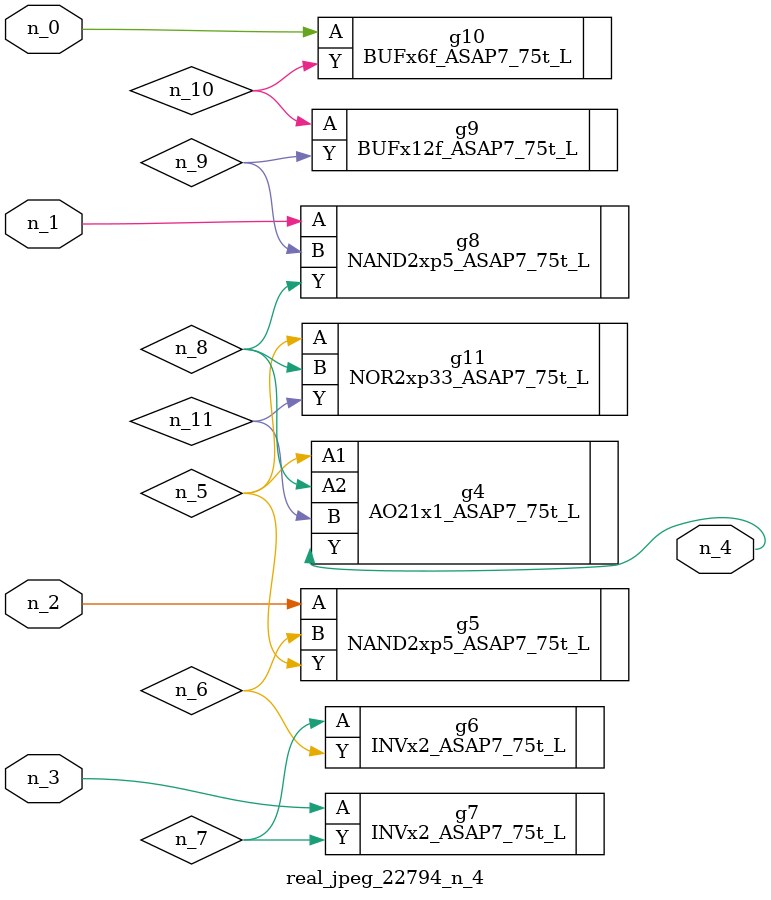
<source format=v>
module real_jpeg_22794_n_4 (n_3, n_1, n_0, n_2, n_4);

input n_3;
input n_1;
input n_0;
input n_2;

output n_4;

wire n_5;
wire n_8;
wire n_11;
wire n_6;
wire n_7;
wire n_10;
wire n_9;

BUFx6f_ASAP7_75t_L g10 ( 
.A(n_0),
.Y(n_10)
);

NAND2xp5_ASAP7_75t_L g8 ( 
.A(n_1),
.B(n_9),
.Y(n_8)
);

NAND2xp5_ASAP7_75t_L g5 ( 
.A(n_2),
.B(n_6),
.Y(n_5)
);

INVx2_ASAP7_75t_L g7 ( 
.A(n_3),
.Y(n_7)
);

AO21x1_ASAP7_75t_L g4 ( 
.A1(n_5),
.A2(n_8),
.B(n_11),
.Y(n_4)
);

NOR2xp33_ASAP7_75t_L g11 ( 
.A(n_5),
.B(n_8),
.Y(n_11)
);

INVx2_ASAP7_75t_L g6 ( 
.A(n_7),
.Y(n_6)
);

BUFx12f_ASAP7_75t_L g9 ( 
.A(n_10),
.Y(n_9)
);


endmodule
</source>
